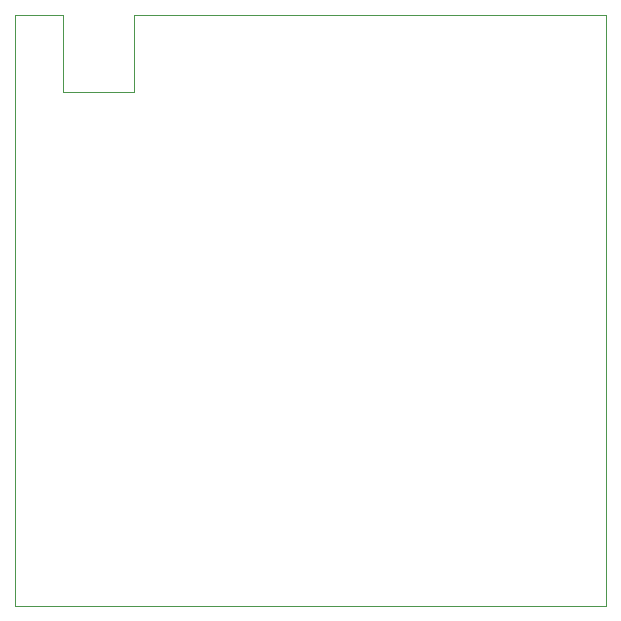
<source format=gbr>
G04 #@! TF.FileFunction,Profile,NP*
%FSLAX46Y46*%
G04 Gerber Fmt 4.6, Leading zero omitted, Abs format (unit mm)*
G04 Created by KiCad (PCBNEW 4.0.2-stable) date Sunday, December 18, 2016 'PMt' 04:17:45 PM*
%MOMM*%
G01*
G04 APERTURE LIST*
%ADD10C,0.100000*%
G04 APERTURE END LIST*
D10*
X74000000Y-66500000D02*
X74000000Y-60000000D01*
X68000000Y-60000000D02*
X68000000Y-66500000D01*
X74000000Y-66500000D02*
X68000000Y-66500000D01*
X74000000Y-60000000D02*
X114000000Y-60000000D01*
X68000000Y-60000000D02*
X64000000Y-60000000D01*
X114000000Y-60000000D02*
X114000000Y-110000000D01*
X64000000Y-110000000D02*
X114000000Y-110000000D01*
X64000000Y-60000000D02*
X64000000Y-110000000D01*
M02*

</source>
